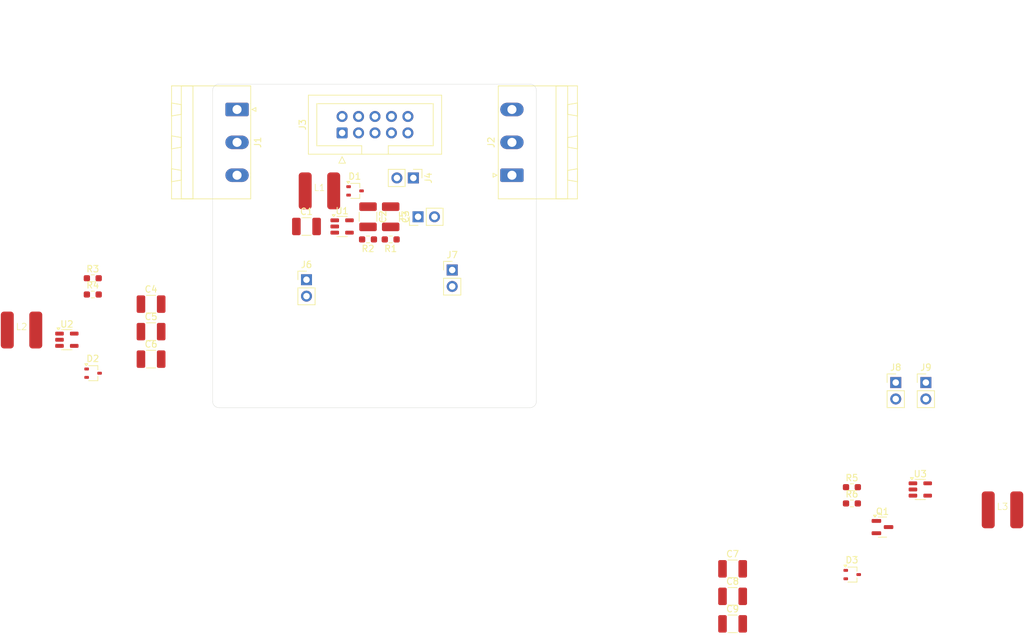
<source format=kicad_pcb>
(kicad_pcb
	(version 20240108)
	(generator "pcbnew")
	(generator_version "8.0")
	(general
		(thickness 1.6)
		(legacy_teardrops no)
	)
	(paper "A4")
	(layers
		(0 "F.Cu" signal)
		(1 "In1.Cu" signal)
		(2 "In2.Cu" signal)
		(31 "B.Cu" signal)
		(32 "B.Adhes" user "B.Adhesive")
		(33 "F.Adhes" user "F.Adhesive")
		(34 "B.Paste" user)
		(35 "F.Paste" user)
		(36 "B.SilkS" user "B.Silkscreen")
		(37 "F.SilkS" user "F.Silkscreen")
		(38 "B.Mask" user)
		(39 "F.Mask" user)
		(40 "Dwgs.User" user "User.Drawings")
		(41 "Cmts.User" user "User.Comments")
		(42 "Eco1.User" user "User.Eco1")
		(43 "Eco2.User" user "User.Eco2")
		(44 "Edge.Cuts" user)
		(45 "Margin" user)
		(46 "B.CrtYd" user "B.Courtyard")
		(47 "F.CrtYd" user "F.Courtyard")
		(48 "B.Fab" user)
		(49 "F.Fab" user)
		(50 "User.1" user)
		(51 "User.2" user)
		(52 "User.3" user)
		(53 "User.4" user)
		(54 "User.5" user)
		(55 "User.6" user)
		(56 "User.7" user)
		(57 "User.8" user)
		(58 "User.9" user)
	)
	(setup
		(stackup
			(layer "F.SilkS"
				(type "Top Silk Screen")
			)
			(layer "F.Paste"
				(type "Top Solder Paste")
			)
			(layer "F.Mask"
				(type "Top Solder Mask")
				(thickness 0.01)
			)
			(layer "F.Cu"
				(type "copper")
				(thickness 0.035)
			)
			(layer "dielectric 1"
				(type "prepreg")
				(thickness 0.1)
				(material "FR4")
				(epsilon_r 4.5)
				(loss_tangent 0.02)
			)
			(layer "In1.Cu"
				(type "copper")
				(thickness 0.035)
			)
			(layer "dielectric 2"
				(type "core")
				(thickness 1.24)
				(material "FR4")
				(epsilon_r 4.5)
				(loss_tangent 0.02)
			)
			(layer "In2.Cu"
				(type "copper")
				(thickness 0.035)
			)
			(layer "dielectric 3"
				(type "prepreg")
				(thickness 0.1)
				(material "FR4")
				(epsilon_r 4.5)
				(loss_tangent 0.02)
			)
			(layer "B.Cu"
				(type "copper")
				(thickness 0.035)
			)
			(layer "B.Mask"
				(type "Bottom Solder Mask")
				(thickness 0.01)
			)
			(layer "B.Paste"
				(type "Bottom Solder Paste")
			)
			(layer "B.SilkS"
				(type "Bottom Silk Screen")
			)
			(copper_finish "None")
			(dielectric_constraints no)
		)
		(pad_to_mask_clearance 0.05)
		(solder_mask_min_width 0.1)
		(allow_soldermask_bridges_in_footprints no)
		(grid_origin 75 100)
		(pcbplotparams
			(layerselection 0x00010fc_ffffffff)
			(plot_on_all_layers_selection 0x0000000_00000000)
			(disableapertmacros no)
			(usegerberextensions no)
			(usegerberattributes yes)
			(usegerberadvancedattributes yes)
			(creategerberjobfile yes)
			(dashed_line_dash_ratio 12.000000)
			(dashed_line_gap_ratio 3.000000)
			(svgprecision 4)
			(plotframeref no)
			(viasonmask yes)
			(mode 1)
			(useauxorigin no)
			(hpglpennumber 1)
			(hpglpenspeed 20)
			(hpglpendiameter 15.000000)
			(pdf_front_fp_property_popups yes)
			(pdf_back_fp_property_popups yes)
			(dxfpolygonmode yes)
			(dxfimperialunits yes)
			(dxfusepcbnewfont yes)
			(psnegative no)
			(psa4output no)
			(plotreference yes)
			(plotvalue yes)
			(plotfptext yes)
			(plotinvisibletext no)
			(sketchpadsonfab no)
			(subtractmaskfromsilk no)
			(outputformat 1)
			(mirror no)
			(drillshape 1)
			(scaleselection 1)
			(outputdirectory "")
		)
	)
	(net 0 "")
	(net 1 "Net-(J4-Pin_2)")
	(net 2 "GND")
	(net 3 "Net-(D1-K)")
	(net 4 "Net-(J6-Pin_2)")
	(net 5 "Net-(J7-Pin_1)")
	(net 6 "Net-(J8-Pin_2)")
	(net 7 "Net-(J9-Pin_1)")
	(net 8 "Net-(D1-A)")
	(net 9 "unconnected-(D1-NC-Pad2)")
	(net 10 "Net-(D2-A)")
	(net 11 "unconnected-(D2-NC-Pad2)")
	(net 12 "Net-(D3-A)")
	(net 13 "unconnected-(D3-NC-Pad2)")
	(net 14 "/V-in")
	(net 15 "/V+in")
	(net 16 "Net-(J2-Pin_1)")
	(net 17 "Net-(J2-Pin_3)")
	(net 18 "Net-(Q1-C)")
	(net 19 "Net-(Q1-E)")
	(net 20 "Net-(U1-FB)")
	(net 21 "Net-(U2-FB)")
	(footprint "byp-lib:BWVS00606045" (layer "F.Cu") (at 91.5 66.5))
	(footprint "Capacitor_SMD:C_1210_3225Metric_Pad1.33x2.70mm_HandSolder" (layer "F.Cu") (at 102.5 70.5 -90))
	(footprint "Resistor_SMD:R_0603_1608Metric_Pad0.98x0.95mm_HandSolder" (layer "F.Cu") (at 56.5 82.51))
	(footprint "Resistor_SMD:R_0603_1608Metric_Pad0.98x0.95mm_HandSolder" (layer "F.Cu") (at 56.5 80))
	(footprint "Connector_PinHeader_2.54mm:PinHeader_1x02_P2.54mm_Vertical" (layer "F.Cu") (at 89.5 80.225))
	(footprint "Connector_PinHeader_2.54mm:PinHeader_1x02_P2.54mm_Vertical" (layer "F.Cu") (at 106.725 70.5 90))
	(footprint "byp-lib:BWVS00606045" (layer "F.Cu") (at 196.9675 115.79))
	(footprint "Package_TO_SOT_SMD:SOT-23-5" (layer "F.Cu") (at 95 72))
	(footprint "Connector_PinHeader_2.54mm:PinHeader_1x02_P2.54mm_Vertical" (layer "F.Cu") (at 106 64.5 -90))
	(footprint "Resistor_SMD:R_0603_1608Metric_Pad0.98x0.95mm_HandSolder" (layer "F.Cu") (at 99 74 180))
	(footprint "Package_TO_SOT_SMD:SOT-323_SC-70" (layer "F.Cu") (at 97 66.5))
	(footprint "Capacitor_SMD:C_1210_3225Metric_Pad1.33x2.70mm_HandSolder" (layer "F.Cu") (at 65.5 92.5))
	(footprint "Capacitor_SMD:C_1210_3225Metric_Pad1.33x2.70mm_HandSolder" (layer "F.Cu") (at 99 70.5 -90))
	(footprint "Capacitor_SMD:C_1210_3225Metric_Pad1.33x2.70mm_HandSolder" (layer "F.Cu") (at 89.5 72))
	(footprint "Resistor_SMD:R_0603_1608Metric_Pad0.98x0.95mm_HandSolder" (layer "F.Cu") (at 173.7175 112.285))
	(footprint "Connector_Phoenix_MSTB:PhoenixContact_MSTBA_2,5_3-G-5,08_1x03_P5.08mm_Horizontal" (layer "F.Cu") (at 78.7775 53.92 -90))
	(footprint "Connector_IDC:IDC-Header_2x05_P2.54mm_Vertical" (layer "F.Cu") (at 95 57.54 90))
	(footprint "Resistor_SMD:R_0603_1608Metric_Pad0.98x0.95mm_HandSolder" (layer "F.Cu") (at 173.7175 114.795))
	(footprint "byp-lib:BWVS00606045" (layer "F.Cu") (at 45.5 88))
	(footprint "Package_TO_SOT_SMD:SOT-323_SC-70" (layer "F.Cu") (at 56.55 94.67))
	(footprint "Capacitor_SMD:C_1210_3225Metric_Pad1.33x2.70mm_HandSolder" (layer "F.Cu") (at 155.2975 133.405))
	(footprint "Connector_PinHeader_2.54mm:PinHeader_1x02_P2.54mm_Vertical" (layer "F.Cu") (at 185.1375 96.115))
	(footprint "Connector_PinHeader_2.54mm:PinHeader_1x02_P2.54mm_Vertical" (layer "F.Cu") (at 112 78.725))
	(footprint "Capacitor_SMD:C_1210_3225Metric_Pad1.33x2.70mm_HandSolder" (layer "F.Cu") (at 65.5 88.25))
	(footprint "Capacitor_SMD:C_1210_3225Metric_Pad1.33x2.70mm_HandSolder" (layer "F.Cu") (at 155.2975 124.905))
	(footprint "Package_TO_SOT_SMD:SOT-23-5" (layer "F.Cu") (at 184.2775 112.64))
	(footprint "Resistor_SMD:R_0603_1608Metric_Pad0.98x0.95mm_HandSolder" (layer "F.Cu") (at 102.5 74 180))
	(footprint "Capacitor_SMD:C_1210_3225Metric_Pad1.33x2.70mm_HandSolder" (layer "F.Cu") (at 155.2975 129.155))
	(footprint "Connector_PinHeader_2.54mm:PinHeader_1x02_P2.54mm_Vertical" (layer "F.Cu") (at 180.4875 96.115))
	(footprint "Package_TO_SOT_SMD:SOT-323_SC-70" (layer "F.Cu") (at 173.7675 125.79))
	(footprint "Connector_Phoenix_MSTB:PhoenixContact_MSTBA_2,5_3-G-5,08_1x03_P5.08mm_Horizontal" (layer "F.Cu") (at 121.2225 64.08 90))
	(footprint "Package_TO_SOT_SMD:SOT-23-5" (layer "F.Cu") (at 52.5 89.5))
	(footprint "Package_TO_SOT_SMD:SOT-23" (layer "F.Cu") (at 178.4375 118.45))
	(footprint "Capacitor_SMD:C_1210_3225Metric_Pad1.33x2.70mm_HandSolder" (layer "F.Cu") (at 65.5 84))
	(gr_line
		(start 76 50)
		(end 124 50)
		(locked yes)
		(stroke
			(width 0.05)
			(type default)
		)
		(layer "Edge.Cuts")
		(uuid "27b510a8-5a35-4780-8bc6-0b8039ab2269")
	)
	(gr_arc
		(start 76 100)
		(mid 75.292893 99.707107)
		(end 75 99)
		(locked yes)
		(stroke
			(width 0.05)
			(type default)
		)
		(layer "Edge.Cuts")
		(uuid "2926550a-ab36-46a6-bddb-5e59f77f1bf1")
	)
	(gr_arc
		(start 75 51)
		(mid 75.292893 50.292893)
		(end 76 50)
		(locked yes)
		(stroke
			(width 0.05)
			(type default)
		)
		(layer "Edge.Cuts")
		(uuid "5b5dcc8f-3819-4e93-87d8-14422b7cf966")
	)
	(gr_arc
		(start 125 99)
		(mid 124.707107 99.707107)
		(end 124 100)
		(locked yes)
		(stroke
			(width 0.05)
			(type default)
		)
		(layer "Edge.Cuts")
		(uuid "60652fe9-3ec5-4681-b5d4-9d936a8aba08")
	)
	(gr_line
		(start 124 100)
		(end 76 100)
		(locked yes)
		(stroke
			(width 0.05)
			(type default)
		)
		(layer "Edge.Cuts")
		(uuid "6f83613d-5d6b-42d5-a90c-c233a12c673f")
	)
	(gr_line
		(start 125 51)
		(end 125 99)
		(locked yes)
		(stroke
			(width 0.05)
			(type default)
		)
		(layer "Edge.Cuts")
		(uuid "9082957f-ff40-415d-ba12-b4a99302cab9")
	)
	(gr_arc
		(start 124 50)
		(mid 124.707107 50.292893)
		(end 125 51)
		(locked yes)
		(stroke
			(width 0.05)
			(type default)
		)
		(layer "Edge.Cuts")
		(uuid "a77b9d8a-1c74-4184-b386-c1f84ffeaadd")
	)
	(gr_line
		(start 75 99)
		(end 75 51)
		(locked yes)
		(stroke
			(width 0.05)
			(type default)
		)
		(layer "Edge.Cuts")
		(uuid "afb774ac-91d4-4857-aba4-924b0fe488f6")
	)
	(dimension
		(type aligned)
		(layer "User.1")
		(uuid "5e510d19-2a38-4c76-876d-d8602ff733f6")
		(pts
			(xy 76 50) (xy 76 100)
		)
		(height 15.999999)
		(gr_text "50,0000 mm"
			(at 58.850001 75 90)
			(layer "User.1")
			(uuid "5e510d19-2a38-4c76-876d-d8602ff733f6")
			(effects
				(font
					(size 1 1)
					(thickness 0.15)
				)
			)
		)
		(format
			(prefix "")
			(suffix "")
			(units 3)
			(units_format 1)
			(precision 4)
		)
		(style
			(thickness 0.1)
			(arrow_length 1.27)
			(text_position_mode 0)
			(extension_height 0.58642)
			(extension_offset 0.5) keep_text_aligned)
	)
	(dimension
		(type aligned)
		(layer "User.1")
		(uuid "fbf8a477-3c67-4cc4-ac07-ed7cdf9404f7")
		(pts
			(xy 75 51) (xy 125 51)
		)
		(height -12)
		(gr_text "50,0000 mm"
			(at 100 37.85 0)
			(layer "User.1")
			(uuid "fbf8a477-3c67-4cc4-ac07-ed7cdf9404f7")
			(effects
				(font
					(size 1 1)
					(thickness 0.15)
				)
			)
		)
		(format
			(prefix "")
			(suffix "")
			(units 3)
			(units_format 1)
			(precision 4)
		)
		(style
			(thickness 0.1)
			(arrow_length 1.27)
			(text_position_mode 0)
			(extension_height 0.58642)
			(extension_offset 0.5) keep_text_aligned)
	)
	(zone
		(net 2)
		(net_name "GND")
		(locked yes)
		(layer "In1.Cu")
		(uuid "52416ccc-973f-4cbf-8165-dcbfab7d0a0d")
		(hatch edge 0.5)
		(connect_pads
			(clearance 0.15)
		)
		(min_thickness 0.15)
		(filled_areas_thickness no)
		(fill yes
			(thermal_gap 0.33)
			(thermal_bridge_width 0.5)
		)
		(polygon
			(pts
				(xy 74 49) (xy 126 49) (xy 126 101) (xy 74 101)
			)
		)
		(filled_polygon
			(layer "In1.Cu")
			(pts
				(xy 124.004126 50.500965) (xy 124.014292 50.50211) (xy 124.102873 50.512091) (xy 124.119013 50.515775)
				(xy 124.208852 50.547211) (xy 124.223781 50.5544) (xy 124.304372 50.605038) (xy 124.317328 50.61537)
				(xy 124.384629 50.682671) (xy 124.394961 50.695627) (xy 124.445599 50.776218) (xy 124.452788 50.791147)
				(xy 124.484222 50.88098) (xy 124.487909 50.897131) (xy 124.499035 50.995873) (xy 124.4995 51.004159)
				(xy 124.4995 98.99584) (xy 124.499035 99.004126) (xy 124.487909 99.102868) (xy 124.484221 99.119023)
				(xy 124.452788 99.208852) (xy 124.445599 99.223781) (xy 124.394961 99.304372) (xy 124.384629 99.317328)
				(xy 124.317328 99.384629) (xy 124.304372 99.394961) (xy 124.223781 99.445599) (xy 124.208852 99.452788)
				(xy 124.135258 99.478539) (xy 124.119021 99.484221) (xy 124.102868 99.487909) (xy 124.004127 99.499035)
				(xy 123.995841 99.4995) (xy 76.004159 99.4995) (xy 75.995873 99.499035) (xy 75.897131 99.487909)
				(xy 75.88098 99.484222) (xy 75.833867 99.467736) (xy 75.791147 99.452788) (xy 75.776218 99.445599)
				(xy 75.695627 99.394961) (xy 75.682671 99.384629) (xy 75.61537 99.317328) (xy 75.605038 99.304372)
				(xy 75.5544 99.223781) (xy 75.547211 99.208852) (xy 75.515775 99.119013) (xy 75.512091 99.102873)
				(xy 75.500965 99.004125) (xy 75.5005 98.99584) (xy 75.5005 64.177629) (xy 76.777 64.177629) (xy 76.807544 64.370481)
				(xy 76.807547 64.370494) (xy 76.867881 64.556184) (xy 76.867883 64.556188) (xy 76.950358 64.718053)
				(xy 76.956529 64.730164) (xy 77.071299 64.888132) (xy 77.209368 65.026201) (xy 77.209371 65.026203)
				(xy 77.209372 65.026204) (xy 77.287381 65.082881) (xy 77.367336 65.140971) (xy 77.535257 65.226531)
				(xy 77.541311 65.229616) (xy 77.541315 65.229618) (xy 77.727005 65.289952) (xy 77.727011 65.289953)
				(xy 77.727016 65.289955) (xy 77.855586 65.310318) (xy 77.91987 65.3205) (xy 77.919871 65.3205) (xy 79.63513 65.3205)
				(xy 79.683342 65.312863) (xy 79.827984 65.289955) (xy 79.827991 65.289952) (xy 79.827994 65.289952)
				(xy 80.013684 65.229618) (xy 80.013684 65.229617) (xy 80.013687 65.229617) (xy 80.187664 65.140971)
				(xy 80.345632 65.026201) (xy 80.447576 64.924257) (xy 119.222 64.924257) (xy 119.222001 64.92427)
				(xy 119.224853 64.9547) (xy 119.249871 65.026196) (xy 119.269707 65.082883) (xy 119.35035 65.19215)
				(xy 119.459617 65.272793) (xy 119.587794 65.317644) (xy 119.5878 65.317646) (xy 119.618233 65.3205)
				(xy 122.826766 65.320499) (xy 122.8572 65.317646) (xy 122.985383 65.272793) (xy 123.09465 65.19215)
				(xy 123.175293 65.082883) (xy 123.220146 64.9547) (xy 123.223 64.924267) (xy 123.222999 63.235734)
				(xy 123.220146 63.2053) (xy 123.175293 63.077117) (xy 123.09465 62.96785) (xy 122.985383 62.887207)
				(xy 122.985381 62.887206) (xy 122.857205 62.842355) (xy 122.857206 62.842355) (xy 122.857201 62.842354)
				(xy 122.8572 62.842354) (xy 122.826767 62.8395) (xy 122.82676 62.8395) (xy 119.618242 62.8395) (xy 119.618229 62.839501)
				(xy 119.587799 62.842353) (xy 119.459618 62.887206) (xy 119.35035 62.967849) (xy 119.350349 62.96785)
				(xy 119.269706 63.077118) (xy 119.224855 63.205294) (xy 119.224854 63.205298) (xy 119.224854 63.2053)
				(xy 119.222 63.235733) (xy 119.222 63.235734) (xy 119.222 63.235739) (xy 119.222 64.924257) (xy 80.447576 64.924257)
				(xy 80.483701 64.888132) (xy 80.598471 64.730164) (xy 80.687117 64.556187) (xy 80.747455 64.370484)
				(xy 80.778 64.177629) (xy 80.778 63.982371) (xy 80.747455 63.789516) (xy 80.747453 63.789511) (xy 80.747452 63.789505)
				(xy 80.687118 63.603815) (xy 80.687116 63.603811) (xy 80.684031 63.597757) (xy 80.598471 63.429836)
				(xy 80.483701 63.271868) (xy 80.345632 63.133799) (xy 80.345629 63.133796) (xy 80.345627 63.133795)
				(xy 80.187666 63.01903) (xy 80.18766 63.019027) (xy 80.013688 62.930383) (xy 80.013684 62.930381)
				(xy 79.827994 62.870047) (xy 79.827981 62.870044) (xy 79.63513 62.8395) (xy 79.635129 62.8395) (xy 77.919871 62.8395)
				(xy 77.91987 62.8395) (xy 77.727018 62.870044) (xy 77.727005 62.870047) (xy 77.541315 62.930381)
				(xy 77.541311 62.930383) (xy 77.367339 63.019027) (xy 77.367333 63.01903) (xy 77.209372 63.133795)
				(xy 77.071295 63.271872) (xy 76.95653 63.429833) (xy 76.956527 63.429839) (xy 76.867883 63.603811)
				(xy 76.867881 63.603815) (xy 76.807547 63.789505) (xy 76.807544 63.789518) (xy 76.777 63.98237)
				(xy 76.777 64.177629) (xy 75.5005 64.177629) (xy 75.5005 59.250001) (xy 76.670018 59.250001) (xy 76.681233 59.320806)
				(xy 76.681236 59.320819) (xy 76.747869 59.525894) (xy 76.747871 59.525898) (xy 76.845769 59.718032)
				(xy 76.845772 59.718038) (xy 76.972519 59.89249) (xy 76.972528 59.8925) (xy 77.125 60.044972) (xy 77.125009 60.04498)
				(xy 77.299461 60.171727) (xy 77.299467 60.17173) (xy 77.491601 60.269628) (xy 77.491605 60.26963)
				(xy 77.69668 60.336263) (xy 77.696693 60.336266) (xy 77.909678 60.37) (xy 78.5275 60.37) (xy 78.5275 59.65412)
				(xy 78.573318 59.673099) (xy 78.708556 59.7) (xy 78.846444 59.7) (xy 78.981682 59.673099) (xy 79.0275 59.65412)
				(xy 79.0275 60.37) (xy 79.645322 60.37) (xy 79.858306 60.336266) (xy 79.858319 60.336263) (xy 80.063394 60.26963)
				(xy 80.063398 60.269628) (xy 80.255532 60.17173) (xy 80.255538 60.171727) (xy 80.42999 60.04498)
				(xy 80.43 60.044972) (xy 80.582472 59.8925) (xy 80.58248 59.89249) (xy 80.709227 59.718038) (xy 80.70923 59.718032)
				(xy 80.807128 59.525898) (xy 80.80713 59.525894) (xy 80.873763 59.320819) (xy 80.873766 59.320806)
				(xy 80.884981 59.250001) (xy 119.115018 59.250001) (xy 119.126233 59.320806) (xy 119.126236 59.320819)
				(xy 119.192869 59.525894) (xy 119.192871 59.525898) (xy 119.290769 59.718032) (xy 119.290772 59.718038)
				(xy 119.417519 59.89249) (xy 119.417528 59.8925) (xy 119.57 60.044972) (xy 119.570009 60.04498)
				(xy 119.744461 60.171727) (xy 119.744467 60.17173) (xy 119.936601 60.269628) (xy 119.936605 60.26963)
				(xy 120.14168 60.336263) (xy 120.141693 60.336266) (xy 120.354678 60.37) (xy 120.9725 60.37) (xy 120.9725 59.65412)
				(xy 121.018318 59.673099) (xy 121.153556 59.7) (xy 121.291444 59.7) (xy 121.426682 59.673099) (xy 121.4725 59.65412)
				(xy 121.4725 60.37) (xy 122.090322 60.37) (xy 122.303306 60.336266) (xy 122.303319 60.336263) (xy 122.508394 60.26963)
				(xy 122.508398 60.269628) (xy 122.700532 60.17173) (xy 122.700538 60.171727) (xy 122.87499 60.04498)
				(xy 122.875 60.044972) (xy 123.027472 59.8925) (xy 123.02748 59.89249) (xy 123.154227 59.718038)
				(xy 123.15423 59.718032) (xy 123.252128 59.525898) (xy 123.25213 59.525894) (xy 123.318763 59.320819)
				(xy 123.318766 59.320806) (xy 123.329981 59.250001) (xy 123.32998 59.25) (xy 121.876621 59.25) (xy 121.895599 59.204182)
				(xy 121.9225 59.068944) (xy 121.9225 58.931056) (xy 121.895599 58.795818) (xy 121.876621 58.75)
				(xy 123.32998 58.75) (xy 123.329981 58.749998) (xy 123.318765 58.679187) (xy 123.318763 58.67918)
				(xy 123.25213 58.474105) (xy 123.252128 58.474101) (xy 123.15423 58.281967) (xy 123.154227 58.281961)
				(xy 123.02748 58.107509) (xy 123.027472 58.1075) (xy 122.875 57.955028) (xy 122.87499 57.955019)
				(xy 122.700538 57.828272) (xy 122.700532 57.828269) (xy 122.508398 57.730371) (xy 122.508394 57.730369)
				(xy 122.303319 57.663736) (xy 122.303306 57.663733) (xy 122.090322 57.63) (xy 121.4725 57.63) (xy 121.4725 58.345879)
				(xy 121.426682 58.326901) (xy 121.291444 58.3) (xy 121.153556 58.3) (xy 121.018318 58.326901) (xy 120.9725 58.345879)
				(xy 120.9725 57.63) (xy 120.354678 57.63) (xy 120.141693 57.663733) (xy 120.14168 57.663736) (xy 119.936605 57.730369)
				(xy 119.936601 57.730371) (xy 119.744467 57.828269) (xy 119.744461 57.828272) (xy 119.570009 57.955019)
				(xy 119.417519 58.107509) (xy 119.290772 58.281961) (xy 119.290769 58.281967) (xy 119.192871 58.474101)
				(xy 119.192869 58.474105) (xy 119.126236 58.67918) (xy 119.126235 58.679187) (xy 119.115018 58.749998)
				(xy 119.11502 58.75) (xy 120.568379 58.75) (xy 120.549401 58.795818) (xy 120.5225 58.931056) (xy 120.5225 59.068944)
				(xy 120.549401 59.204182) (xy 120.568379 59.25) (xy 119.11502 59.25) (xy 119.115018 59.250001) (xy 80.884981 59.250001)
				(xy 80.88498 59.25) (xy 79.431621 59.25) (xy 79.450599 59.204182) (xy 79.4775 59.068944) (xy 79.4775 58.931056)
				(xy 79.450599 58.795818) (xy 79.431621 58.75) (xy 80.88498 58.75) (xy 80.884981 58.749998) (xy 80.873765 58.679187)
				(xy 80.873763 58.67918) (xy 80.80713 58.474105) (xy 80.807128 58.474101) (xy 80.70923 58.281967)
				(xy 80.709227 58.281961) (xy 80.645513 58.194266) (xy 93.9495 58.194266) (xy 93.952354 58.224699)
				(xy 93.952354 58.224701) (xy 93.952355 58.224704) (xy 93.997206 58.352881) (xy 93.997207 58.352883)
				(xy 94.077846 58.462146) (xy 94.077853 58.462153) (xy 94.187116 58.542792) (xy 94.187118 58.542793)
				(xy 94.315295 58.587644) (xy 94.315301 58.587646) (xy 94.345734 58.5905) (xy 94.345741 58.5905)
				(xy 95.654258 58.5905) (xy 95.654266 58.5905) (xy 95.684699 58.587646) (xy 95.812882 58.542793)
				(xy 95.92215 58.46215) (xy 96.002793 58.352882) (xy 96.047646 58.224699) (xy 96.0505 58.194266)
				(xy 96.0505 57.540003) (xy 96.354945 57.540003) (xy 96.375121 57.757747) (xy 96.434967 57.968085)
				(xy 96.434969 57.96809) (xy 96.532445 58.163849) (xy 96.532447 58.163853) (xy 96.545417 58.181028)
				(xy 97.057037 57.669407) (xy 97.074075 57.732993) (xy 97.139901 57.847007) (xy 97.232993 57.940099)
				(xy 97.347007 58.005925) (xy 97.41059 58.022962) (xy 96.901199 58.532352) (xy 97.011771 58.600814)
				(xy 97.011781 58.600819) (xy 97.215691 58.679815) (xy 97.430653 58.719999) (xy 97.430657 58.72)
				(xy 97.649343 58.72) (xy 97.649346 58.719999) (xy 97.864308 58.679815) (xy 98.068218 58.600819)
				(xy 98.068228 58.600814) (xy 98.178798 58.532351) (xy 97.669409 58.022962) (xy 97.732993 58.005925)
				(xy 97.847007 57.940099) (xy 97.940099 57.847007) (xy 98.005925 57.732993) (xy 98.022962 57.669409)
				(xy 98.53458 58.181027) (xy 98.534581 58.181027) (xy 98.547555 58.163848) (xy 98.64503 57.96809)
				(xy 98.645032 57.968085) (xy 98.704878 57.757747) (xy 98.725055 57.540003) (xy 98.894945 57.540003)
				(xy 98.915121 57.757747) (xy 98.974967 57.968085) (xy 98.974969 57.96809) (xy 99.072445 58.163849)
				(xy 99.072447 58.163853) (xy 99.085417 58.181028) (xy 99.597037 57.669407) (xy 99.614075 57.732993)
				(xy 99.679901 57.847007) (xy 99.772993 57.940099) (xy 99.887007 58.005925) (xy 99.95059 58.022962)
				(xy 99.441199 58.532352) (xy 99.551771 58.600814) (xy 99.551781 58.600819) (xy 99.755691 58.679815)
				(xy 99.970653 58.719999) (xy 99.970657 58.72) (xy 100.189343 58.72) (xy 100.189346 58.719999) (xy 100.404308 58.679815)
				(xy 100.608218 58.600819) (xy 100.608228 58.600814) (xy 100.718798 58.532351) (xy 100.209409 58.022962)
				(xy 100.272993 58.005925) (xy 100.387007 57.940099) (xy 100.480099 57.847007) (xy 100.545925 57.732993)
				(xy 100.562962 57.669409) (xy 101.07458 58.181027) (xy 101.074581 58.181027) (xy 101.087555 58.163848)
				(xy 101.18503 57.96809) (xy 101.185032 57.968085) (xy 101.244878 57.757747) (xy 101.265055 57.540003)
				(xy 101.434945 57.540003) (xy 101.455121 57.757747) (xy 101.514967 57.968085) (xy 101.514969 57.96809)
				(xy 101.612445 58.163849) (xy 101.612447 58.163853) (xy 101.625417 58.181028) (xy 102.137037 57.669407)
				(xy 102.154075 57.732993) (xy 102.219901 57.847007) (xy 102.312993 57.940099) (xy 102.427007 58.005925)
				(xy 102.49059 58.022962) (xy 101.981199 58.532352) (xy 102.091771 58.600814) (xy 102.091781 58.600819)
				(xy 102.295691 58.679815) (xy 102.510653 58.719999) (xy 102.510657 58.72) (xy 102.729343 58.72)
				(xy 102.729346 58.719999) (xy 102.944308 58.679815) (xy 103.148218 58.600819) (xy 103.148228 58.600814)
				(xy 103.258798 58.532351) (xy 102.749409 58.022962) (xy 102.812993 58.005925) (xy 102.927007 57.940099)
				(xy 103.020099 57.847007) (xy 103.085925 57.732993) (xy 103.102962 57.669409) (xy 103.61458 58.181027)
				(xy 103.614581 58.181027) (xy 103.627555 58.163848) (xy 103.72503 57.96809) (xy 103.725032 57.968085)
				(xy 103.784878 57.757747) (xy 103.805055 57.540003) (xy 103.805055 57.54) (xy 104.104417 57.54)
				(xy 104.1247 57.745934) (xy 104.184768 57.943954) (xy 104.282315 58.12645) (xy 104.41359 58.28641)
				(xy 104.57355 58.417685) (xy 104.756046 58.515232) (xy 104.954066 58.5753) (xy 105.16 58.595583)
				(xy 105.365934 58.5753) (xy 105.563954 58.515232) (xy 105.74645 58.417685) (xy 105.90641 58.28641)
				(xy 106.037685 58.12645) (xy 106.135232 57.943954) (xy 106.1953 57.745934) (xy 106.215583 57.54)
				(xy 106.1953 57.334066) (xy 106.135232 57.136046) (xy 106.037685 56.95355) (xy 105.90641 56.79359)
				(xy 105.74645 56.662315) (xy 105.563954 56.564768) (xy 105.452158 56.530855) (xy 105.365935 56.5047)
				(xy 105.16 56.484417) (xy 104.954064 56.5047) (xy 104.756043 56.564769) (xy 104.573549 56.662315)
				(xy 104.41359 56.793589) (xy 104.413589 56.79359) (xy 104.282315 56.953549) (xy 104.184769 57.136043)
				(xy 104.1247 57.334064) (xy 104.1247 57.334066) (xy 104.104417 57.54) (xy 103.805055 57.54) (xy 103.805055 57.539996)
				(xy 103.784878 57.322252) (xy 103.725032 57.111914) (xy 103.72503 57.111909) (xy 103.627555 56.916151)
				(xy 103.61458 56.898971) (xy 103.102962 57.410589) (xy 103.085925 57.347007) (xy 103.020099 57.232993)
				(xy 102.927007 57.139901) (xy 102.812993 57.074075) (xy 102.749407 57.057037) (xy 103.258799 56.547646)
				(xy 103.148228 56.479185) (xy 103.148218 56.47918) (xy 102.944308 56.400184) (xy 102.729346 56.36)
				(xy 102.510653 56.36) (xy 102.295691 56.400184) (xy 102.091781 56.47918) (xy 102.091765 56.479187)
				(xy 101.981199 56.547646) (xy 102.49059 57.057037) (xy 102.427007 57.074075) (xy 102.312993 57.139901)
				(xy 102.219901 57.232993) (xy 102.154075 57.347007) (xy 102.137037 57.41059) (xy 101.625418 56.898971)
				(xy 101.612446 56.916148) (xy 101.612445 56.916151) (xy 101.514969 57.111909) (xy 101.514967 57.111914)
				(xy 101.455121 57.322252) (xy 101.434945 57.539996) (xy 101.434945 57.540003) (xy 101.265055 57.540003)
				(xy 101.265055 57.539996) (xy 101.244878 57.322252) (xy 101.185032 57.111914) (xy 101.18503 57.111909)
				(xy 101.087555 56.916151) (xy 101.07458 56.898971) (xy 100.562962 57.410589) (xy 100.545925 57.347007)
				(xy 100.480099 57.232993) (xy 100.387007 57.139901) (xy 100.272993 57.074075) (xy 100.209407 57.057037)
				(xy 100.718799 56.547646) (xy 100.608228 56.479185) (xy 100.608218 56.47918) (xy 100.404308 56.400184)
				(xy 100.189346 56.36) (xy 99.970653 56.36) (xy 99.755691 56.400184) (xy 99.551781 56.47918) (xy 99.551765 56.479187)
				(xy 99.441199 56.547646) (xy 99.95059 57.057037) (xy 99.887007 57.074075) (xy 99.772993 57.139901)
				(xy 99.679901 57.232993) (xy 99.614075 57.347007) (xy 99.597037 57.41059) (xy 99.085418 56.898971)
				(xy 99.072446 56.916148) (xy 99.072445 56.916151) (xy 98.974969 57.111909) (xy 98.974967 57.111914)
				(xy 98.915121 57.322252) (xy 98.894945 57.539996) (xy 98.894945 57.540003) (xy 98.725055 57.540003)
				(xy 98.725055 57.539996) (xy 98.704878 57.322252) (xy 98.645032 57.111914) (xy 98.64503 57.111909)
				(xy 98.547555 56.916151) (xy 98.53458 56.898971) (xy 98.022962 57.410589) (xy 98.005925 57.347007)
				(xy 97.940099 57.232993) (xy 97.847007 57.139901) (xy 97.732993 57.074075) (xy 97.669407 57.057037)
				(xy 98.178799 56.547646) (xy 98.068228 56.479185) (xy 98.068218 56.47918) (xy 97.864308 56.400184)
				(xy 97.649346 56.36) (xy 97.430653 56.36) (xy 97.215691 56.400184) (xy 97.011781 56.47918) (xy 97.011765 56.479187)
				(xy 96.901199 56.547646) (xy 97.41059 57.057037) (xy 97.347007 57.074075) (xy 97.232993 57.139901)
				(xy 97.139901 57.232993) (xy 97.074075 57.347007) (xy 97.057037 57.41059) (xy 96.545418 56.898971)
				(xy 96.532446 56.916148) (xy 96.532445 56.916151) (xy 96.434969 57.111909) (xy 96.434967 57.111914)
				(xy 96.375121 57.322252) (xy 96.354945 57.539996) (xy 96.354945 57.540003) (xy 96.0505 57.540003)
				(xy 96.0505 56.885734) (xy 96.047646 56.855301) (xy 96.026052 56.79359) (xy 96.002793 56.727118)
				(xy 96.002792 56.727116) (xy 95.922153 56.617853) (xy 95.922146 56.617846) (xy 95.812883 56.537207)
				(xy 95.812881 56.537206) (xy 95.684704 56.492355) (xy 95.684705 56.492355) (xy 95.6847 56.492354)
				(xy 95.684699 56.492354) (xy 95.654266 56.4895) (xy 94.345734 56.4895) (xy 94.315301 56.492354)
				(xy 94.315299 56.492354) (xy 94.315295 56.492355) (xy 94.187118 56.537206) (xy 94.187116 56.537207)
				(xy 94.077853 56.617846) (xy 94.077846 56.617853) (xy 93.997207 56.727116) (xy 93.997206 56.727118)
				(xy 93.952355 56.855295) (xy 93.952354 56.855299) (xy 93.952354 56.855301) (xy 93.9495 56.885734)
				(xy 93.9495 58.194266) (xy 80.645513 58.194266) (xy 80.58248 58.107509) (xy 80.582472 58.1075) (xy 80.43 57.955028)
				(xy 80.42999 57.955019) (xy 80.255538 57.828272) (xy 80.255532 57.828269) (xy 80.063398 57.730371)
				(xy 80.063394 57.730369) (xy 79.858319 57.663736) (xy 79.858306 57.663733) (xy 79.645322 57.63)
				(xy 79.0275 57.63) (xy 79.0275 58.345879) (xy 78.981682 58.326901) (xy 78.846444 58.3) (xy 78.708556 58.3)
				(xy 78.573318 58.326901) (xy 78.5275 58.345879) (xy 78.5275 57.63) (xy 77.909678 57.63) (xy 77.696693 57.663733)
				(xy 77.69668 57.663736) (xy 77.491605 57.730369) (xy 77.491601 57.730371) (xy 77.299467 57.828269)
				(xy 77.299461 57.828272) (xy 77.125009 57.955019) (xy 76.972519 58.107509) (xy 76.845772 58.281961)
				(xy 76.845769 58.281967) (xy 76.747871 58.474101) (xy 76.747869 58.474105) (xy 76.681236 58.67918)
				(xy 76.681235 58.679187) (xy 76.670018 58.749998) (xy 76.67002 58.75) (xy 78.123379 58.75) (xy 78.104401 58.795818)
				(xy 78.0775 58.931056) (xy 78.0775 59.068944) (xy 78.104401 59.204182) (xy 78.123379 59.25) (xy 76.67002 59.25)
				(xy 76.670018 59.250001) (xy 75.5005 59.250001) (xy 75.5005 54.764257) (xy 76.777 54.764257) (xy 76.777001 54.76427)
				(xy 76.779853 54.7947) (xy 76.804871 54.866196) (xy 76.824707 54.922883) (xy 76.90535 55.03215)
				(xy 77.014617 55.112793) (xy 77.142794 55.157644) (xy 77.1428 55.157646) (xy 77.173233 55.1605)
				(xy 80.381766 55.160499) (xy 80.4122 55.157646) (xy 80.540383 55.112793) (xy 80.64965 55.03215)
				(xy 80.673378 55) (xy 93.944417 55) (xy 93.9647 55.205934) (xy 94.024768 55.403954) (xy 94.122315 55.58645)
				(xy 94.25359 55.74641) (xy 94.41355 55.877685) (xy 94.596046 55.975232) (xy 94.794066 56.0353) (xy 95 56.055583)
				(xy 95.205934 56.0353) (xy 95.403954 55.975232) (xy 95.58645 55.877685) (xy 95.74641 55.74641) (xy 95.877685 55.58645)
				(xy 95.975232 55.403954) (xy 96.0353 55.205934) (xy 96.055583 55.000003) (xy 96.354945 55.000003)
				(xy 96.375121 55.217747) (xy 96.434967 55.428085) (xy 96.434969 55.42809) (xy 96.532445 55.623849)
				(xy 96.532447 55.623853) (xy 96.545417 55.641028) (xy 97.057037 55.129407) (xy 97.074075 55.192993)
				(xy 97.139901 55.307007) (xy 97.232993 55.400099) (xy 97.347007 55.465925) (xy 97.41059 55.482962)
				(xy 96.901199 55.992352) (xy 97.011771 56.060814) (xy 97.011781 56.060819) (xy 97.215691 56.139815)
				(xy 97.430653 56.179999) (xy 97.430657 56.18) (xy 97.649343 56.18) (xy 97.649346 56.179999) (xy 97.864308 56.139815)
				(xy 98.068218 56.060819) (xy 98.068228 56.060814) (xy 98.178798 55.992351) (xy 97.669409 55.482962)
				(xy 97.732993 55.465925) (xy 97.847007 55.400099) (xy 97.940099 55.307007) (xy 98.005925 55.192993)
				(xy 98.022962 55.129409) (xy 98.53458 55.641027) (xy 98.534581 55.641027) (xy 98.547555 55.623848)
				(xy 98.64503 55.42809) (xy 98.645032 55.428085) (xy 98.704878 55.217747) (xy 98.725055 55.000003)
				(xy 98.894945 55.000003) (xy 98.915121 55.217747) (xy 98.974967 55.428085) (xy 98.974969 55.42809)
				(xy 99.072445 55.623849) (xy 99.072447 55.623853) (xy 99.085417 55.641028) (xy 99.597037 55.129407)
				(xy 99.614075 55.192993) (xy 99.679901 55.307007) (xy 99.772993 55.400099) (xy 99.887007 55.465925)
				(xy 99.95059 55.482962) (xy 99.441199 55.992352) (xy 99.551771 56.060814) (xy 99.551781 56.060819)
				(xy 99.755691 56.139815) (xy 99.970653 56.179999) (xy 99.970657 56.18) (xy 100.189343 56.18) (xy 100.189346 56.179999)
				(xy 100.404308 56.139815) (xy 100.608218 56.060819) (xy 100.608228 56.060814) (xy 100
... [9159 chars truncated]
</source>
